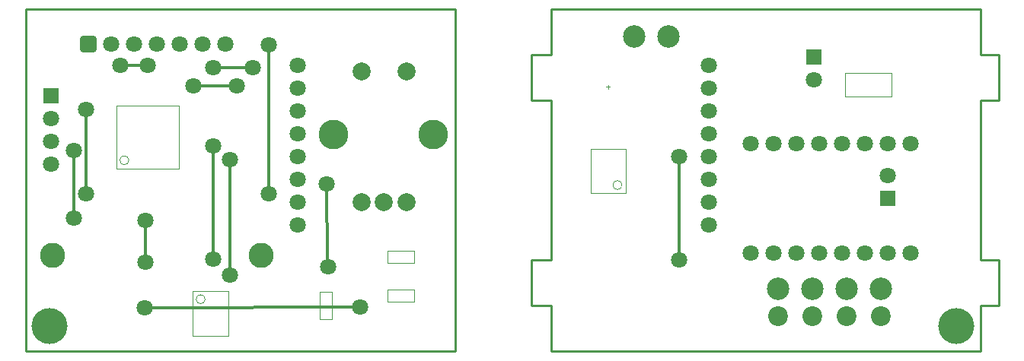
<source format=gbl>
G04 Layer_Physical_Order=2*
G04 Layer_Color=16711680*
%FSLAX44Y44*%
%MOMM*%
G71*
G01*
G75*
%ADD10C,0.3500*%
%ADD36C,0.2540*%
%ADD37C,0.1000*%
G04:AMPARAMS|DCode=38|XSize=1.8mm|YSize=1.8mm|CornerRadius=0.225mm|HoleSize=0mm|Usage=FLASHONLY|Rotation=180.000|XOffset=0mm|YOffset=0mm|HoleType=Round|Shape=RoundedRectangle|*
%AMROUNDEDRECTD38*
21,1,1.8000,1.3500,0,0,180.0*
21,1,1.3500,1.8000,0,0,180.0*
1,1,0.4500,-0.6750,0.6750*
1,1,0.4500,0.6750,0.6750*
1,1,0.4500,0.6750,-0.6750*
1,1,0.4500,-0.6750,-0.6750*
%
%ADD38ROUNDEDRECTD38*%
%ADD39C,1.8000*%
%ADD40C,2.8000*%
%ADD41R,1.8000X1.8000*%
%ADD42C,3.3000*%
%ADD43C,2.0000*%
%ADD44C,2.5000*%
%ADD45C,4.0000*%
%ADD46C,2.2000*%
D10*
X584200Y861060D02*
Y908050D01*
X504190Y910590D02*
Y985520D01*
X518160Y937260D02*
Y1031240D01*
X582930Y810260D02*
X822960Y811530D01*
X659130Y868680D02*
Y990600D01*
X678180Y847090D02*
Y975360D01*
X556260Y1080770D02*
X586740D01*
X637540Y1057910D02*
X683260D01*
X1177290Y863600D02*
Y979170D01*
X785920Y948690D02*
X786130Y862330D01*
X659130Y1078230D02*
X701040D01*
X721360Y937260D02*
Y1103630D01*
D36*
X1512570Y1092200D02*
Y1143000D01*
Y863600D02*
Y1041400D01*
X1035050Y762000D02*
Y812800D01*
Y863600D02*
Y1041400D01*
Y1092200D02*
Y1143000D01*
X1013460Y1092200D02*
X1035050D01*
X1013460Y1041400D02*
Y1092200D01*
Y1041400D02*
X1035050D01*
X1013460Y812800D02*
X1035050D01*
X1013460D02*
Y863600D01*
X1035050D01*
X1512570Y1092200D02*
X1532890D01*
Y1041400D02*
Y1092200D01*
X1512570Y1041400D02*
X1532890D01*
X1512570Y812800D02*
X1532890D01*
Y863600D01*
X1512570D02*
X1532890D01*
X1035050Y1143000D02*
X1512570D01*
X1035050Y762000D02*
X1512570D01*
X450850D02*
Y1143000D01*
Y762000D02*
X928370D01*
Y1143000D01*
X450850D02*
X928370D01*
X1512570Y762000D02*
Y812800D01*
D37*
X1098580Y1054640D02*
Y1058640D01*
X1096580Y1056640D02*
X1100580D01*
X565740Y974760D02*
G03*
X565740Y974760I-5000J0D01*
G01*
X1114050Y947160D02*
G03*
X1114050Y947160I-5000J0D01*
G01*
X650590Y819910D02*
G03*
X650590Y819910I-5000J0D01*
G01*
X551740Y965760D02*
X621740D01*
X551740Y1035760D02*
X621740D01*
X551740Y965760D02*
Y1035760D01*
X621740Y965760D02*
Y1035760D01*
X777860Y797800D02*
Y827800D01*
X791860Y797800D02*
Y827800D01*
X777860D02*
X791860D01*
X777860Y797800D02*
X791860D01*
X1079050Y987160D02*
X1118050D01*
X1079050Y938160D02*
X1118050D01*
X1079050D02*
Y987160D01*
X1118050Y938160D02*
Y987160D01*
X1362360Y1045930D02*
Y1072430D01*
X1413860Y1045930D02*
Y1072430D01*
X1362360D02*
X1413860D01*
X1362360Y1045930D02*
X1413860D01*
X636590Y778910D02*
Y828910D01*
X676590Y778910D02*
Y828910D01*
X636590D02*
X676590D01*
X636590Y778910D02*
X676590D01*
X853070Y831050D02*
X883070D01*
X853070Y817050D02*
X883070D01*
Y831050D01*
X853070Y817050D02*
Y831050D01*
Y860230D02*
X883070D01*
X853070Y874230D02*
X883070D01*
X853070Y860230D02*
Y874230D01*
X883070Y860230D02*
Y874230D01*
D38*
X520270Y1104540D02*
D03*
D39*
X545670D02*
D03*
X571070D02*
D03*
X596470D02*
D03*
X621870D02*
D03*
X647270D02*
D03*
X672670D02*
D03*
X518160Y937260D02*
D03*
X582930Y810260D02*
D03*
X822960Y811530D02*
D03*
X787400Y855980D02*
D03*
X785920Y948690D02*
D03*
X678180Y975360D02*
D03*
X659130Y990600D02*
D03*
X1210310Y1029970D02*
D03*
Y1004570D02*
D03*
Y979170D02*
D03*
Y953770D02*
D03*
Y928370D02*
D03*
Y902970D02*
D03*
Y1055370D02*
D03*
Y1080770D02*
D03*
X753110D02*
D03*
Y1055370D02*
D03*
Y902970D02*
D03*
Y928370D02*
D03*
Y953770D02*
D03*
Y979170D02*
D03*
Y1004570D02*
D03*
Y1029970D02*
D03*
X478790Y970280D02*
D03*
Y995680D02*
D03*
Y1021080D02*
D03*
X1409700Y957380D02*
D03*
X1327150Y1064460D02*
D03*
X1282700Y993140D02*
D03*
X1257300D02*
D03*
X1308100D02*
D03*
X1333500D02*
D03*
X1358900D02*
D03*
X1384300D02*
D03*
X1409700D02*
D03*
X1435100D02*
D03*
Y871220D02*
D03*
X1409700D02*
D03*
X1384300D02*
D03*
X1358900D02*
D03*
X1333500D02*
D03*
X1308100D02*
D03*
X1257300D02*
D03*
X1282700D02*
D03*
X659130Y864870D02*
D03*
X678180Y847090D02*
D03*
X685800Y1057910D02*
D03*
X659130Y1078230D02*
D03*
X637540Y1057910D02*
D03*
X586740Y1080770D02*
D03*
X556260D02*
D03*
X721360Y937260D02*
D03*
X703580Y1078230D02*
D03*
X721360Y1103630D02*
D03*
X518160Y1031240D02*
D03*
X504190Y985520D02*
D03*
Y910590D02*
D03*
X1177290Y863600D02*
D03*
Y979170D02*
D03*
X584200Y908050D02*
D03*
Y861060D02*
D03*
D40*
X712470Y868680D02*
D03*
X480470D02*
D03*
D41*
X478790Y1046480D02*
D03*
X1409700Y932380D02*
D03*
X1327150Y1089460D02*
D03*
D42*
X904240Y1003300D02*
D03*
X793240D02*
D03*
D43*
X824240Y1073300D02*
D03*
X874240D02*
D03*
Y928300D02*
D03*
X824240D02*
D03*
X849240D02*
D03*
D44*
X1127760Y1112520D02*
D03*
X1165860D02*
D03*
X1402080Y831850D02*
D03*
X1363980D02*
D03*
X1287780D02*
D03*
X1325880D02*
D03*
D45*
X477520Y789940D02*
D03*
X1485900D02*
D03*
D46*
X1287780Y801370D02*
D03*
X1325880D02*
D03*
X1363980D02*
D03*
X1402080D02*
D03*
M02*

</source>
